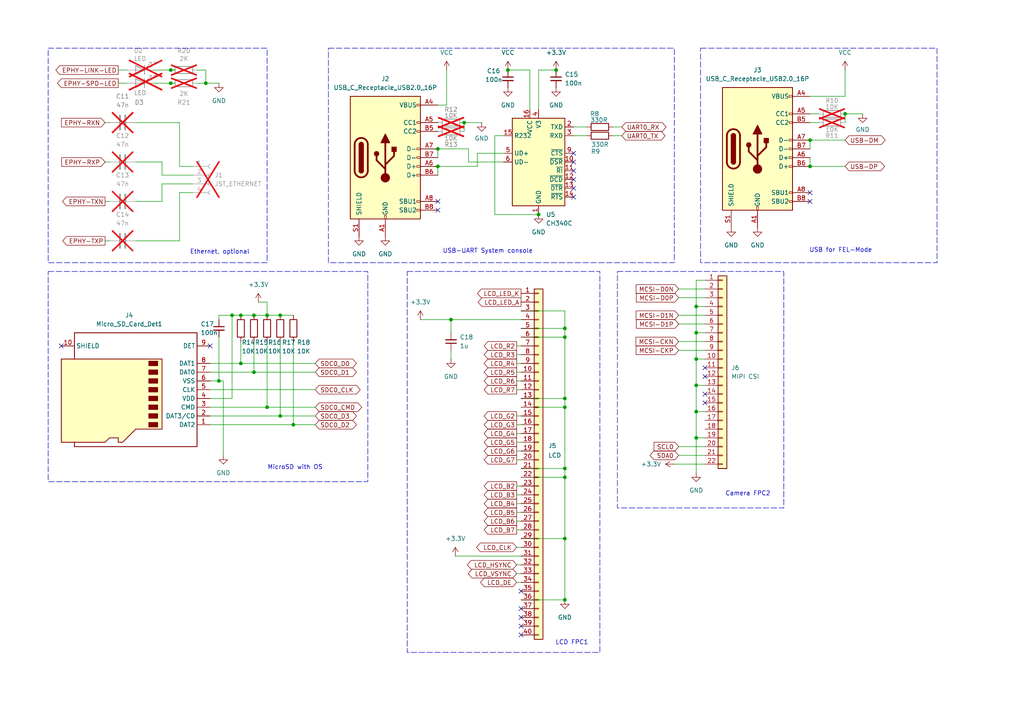
<source format=kicad_sch>
(kicad_sch (version 20250114) (generator "eeschema") (generator_version "9.0")
  (paper "A4")
  (lib_symbols
    (symbol "Connector:Conn_01x04_Socket" (pin_names (offset 1.016) (hide yes))
      (property "Reference" "J" (at 0 5.08 0))
      (property "Value" "Conn_01x04_Socket" (at 0 -7.62 0))
      (symbol "Conn_01x04_Socket_1_1"
        (polyline (pts (xy -1.27 2.54) (xy -0.508 2.54)) (stroke (width 0.1524)))
        (polyline (pts (xy -1.27 0) (xy -0.508 0)) (stroke (width 0.1524)))
        (polyline (pts (xy -1.27 -2.54) (xy -0.508 -2.54)) (stroke (width 0.1524)))
        (polyline (pts (xy -1.27 -5.08) (xy -0.508 -5.08)) (stroke (width 0.1524)))
        (arc (start 0 2.032) (mid -0.5058 2.54) (end 0 3.048) (stroke (width 0.1524)))
        (arc (start 0 -0.508) (mid -0.5058 0) (end 0 0.508) (stroke (width 0.1524)))
        (arc (start 0 -3.048) (mid -0.5058 -2.54) (end 0 -2.032) (stroke (width 0.1524)))
        (arc (start 0 -5.588) (mid -0.5058 -5.08) (end 0 -4.572) (stroke (width 0.1524)))
        (pin passive line (at -5.08 2.54 0) (length 3.81) (name "Pin_1") (number "1"))
        (pin passive line (at -5.08 0 0) (length 3.81) (name "Pin_2") (number "2"))
        (pin passive line (at -5.08 -2.54 0) (length 3.81) (name "Pin_3") (number "3"))
        (pin passive line (at -5.08 -5.08 0) (length 3.81) (name "Pin_4") (number "4"))
      )
    )
    (symbol "Connector:Micro_SD_Card_Det1"
      (property "Reference" "J" (at -16.51 17.78 0))
      (property "Value" "Micro_SD_Card_Det1" (at 16.51 17.78 0))
      (symbol "Micro_SD_Card_Det1_0_1"
        (polyline (pts (xy -8.89 -8.89) (xy -8.89 11.43) (xy -1.27 11.43) (xy 2.54 15.24) (xy 3.81 15.24) (xy 3.81 13.97) (xy 6.35 13.97) (xy 7.62 15.24) (xy 20.32 15.24) (xy 20.32 -8.89) (xy -8.89 -8.89)) (stroke (width 0.254)) (fill (type background)))
        (rectangle (start -7.62 10.795) (end -5.08 9.525) (stroke (width 0.254)) (fill (type outline)))
        (rectangle (start -7.62 8.255) (end -5.08 6.985) (stroke (width 0.254)) (fill (type outline)))
        (rectangle (start -7.62 5.715) (end -5.08 4.445) (stroke (width 0.254)) (fill (type outline)))
        (rectangle (start -7.62 3.175) (end -5.08 1.905) (stroke (width 0.254)) (fill (type outline)))
        (rectangle (start -7.62 0.635) (end -5.08 -0.635) (stroke (width 0.254)) (fill (type outline)))
        (rectangle (start -7.62 -1.905) (end -5.08 -3.175) (stroke (width 0.254)) (fill (type outline)))
        (rectangle (start -7.62 -4.445) (end -5.08 -5.715) (stroke (width 0.254)) (fill (type outline)))
        (rectangle (start -7.62 -6.985) (end -5.08 -8.255) (stroke (width 0.254)) (fill (type outline)))
        (polyline (pts (xy 16.51 15.24) (xy 16.51 16.51) (xy -19.05 16.51) (xy -19.05 -16.51) (xy 16.51 -16.51) (xy 16.51 -8.89)) (stroke (width 0.254)))
      )
      (symbol "Micro_SD_Card_Det1_1_1"
        (pin bidirectional line (at -22.86 10.16 0) (length 3.81) (name "DAT2") (number "1"))
        (pin bidirectional line (at -22.86 7.62 0) (length 3.81) (name "DAT3/CD") (number "2"))
        (pin input line (at -22.86 5.08 0) (length 3.81) (name "CMD") (number "3"))
        (pin power_in line (at -22.86 2.54 0) (length 3.81) (name "VDD") (number "4"))
        (pin input line (at -22.86 0 0) (length 3.81) (name "CLK") (number "5"))
        (pin power_in line (at -22.86 -2.54 0) (length 3.81) (name "VSS") (number "6"))
        (pin bidirectional line (at -22.86 -5.08 0) (length 3.81) (name "DAT0") (number "7"))
        (pin bidirectional line (at -22.86 -7.62 0) (length 3.81) (name "DAT1") (number "8"))
        (pin passive line (at -22.86 -12.7 0) (length 3.81) (name "DET") (number "9"))
        (pin passive line (at 20.32 -12.7 180) (length 3.81) (name "SHIELD") (number "10"))
      )
    )
    (symbol "Connector:USB_C_Receptacle_USB2.0_16P" (pin_names (offset 1.016))
      (property "Reference" "J" (at 0 22.225 0))
      (property "Value" "USB_C_Receptacle_USB2.0_16P" (at 0 19.685 0))
      (symbol "USB_C_Receptacle_USB2.0_16P_0_0"
        (rectangle (start -0.254 -17.78) (end 0.254 -16.764))
        (rectangle (start 10.16 15.494) (end 9.144 14.986))
        (rectangle (start 10.16 10.414) (end 9.144 9.906))
        (rectangle (start 10.16 7.874) (end 9.144 7.366))
        (rectangle (start 10.16 2.794) (end 9.144 2.286))
        (rectangle (start 10.16 0.254) (end 9.144 -0.254))
        (rectangle (start 10.16 -2.286) (end 9.144 -2.794))
        (rectangle (start 10.16 -4.826) (end 9.144 -5.334))
        (rectangle (start 10.16 -12.446) (end 9.144 -12.954))
        (rectangle (start 10.16 -14.986) (end 9.144 -15.494))
      )
      (symbol "USB_C_Receptacle_USB2.0_16P_0_1"
        (rectangle (start -10.16 17.78) (end 10.16 -17.78) (stroke (width 0.254)) (fill (type background)))
        (polyline (pts (xy -8.89 -3.81) (xy -8.89 3.81)) (stroke (width 0.508)))
        (rectangle (start -7.62 -3.81) (end -6.35 3.81) (stroke (width 0.254)) (fill (type outline)))
        (arc (start -7.62 3.81) (mid -6.985 4.4423) (end -6.35 3.81) (stroke (width 0.254)))
        (arc (start -7.62 3.81) (mid -6.985 4.4423) (end -6.35 3.81) (stroke (width 0.254)) (fill (type outline)))
        (arc (start -8.89 3.81) (mid -6.985 5.7067) (end -5.08 3.81) (stroke (width 0.508)))
        (arc (start -5.08 -3.81) (mid -6.985 -5.7067) (end -8.89 -3.81) (stroke (width 0.508)))
        (arc (start -6.35 -3.81) (mid -6.985 -4.4423) (end -7.62 -3.81) (stroke (width 0.254)))
        (arc (start -6.35 -3.81) (mid -6.985 -4.4423) (end -7.62 -3.81) (stroke (width 0.254)) (fill (type outline)))
        (polyline (pts (xy -5.08 3.81) (xy -5.08 -3.81)) (stroke (width 0.508)))
        (circle (center -2.54 1.143) (radius 0.635) (stroke (width 0.254)) (fill (type outline)))
        (polyline (pts (xy -1.27 4.318) (xy 0 6.858) (xy 1.27 4.318) (xy -1.27 4.318)) (stroke (width 0.254)) (fill (type outline)))
        (polyline (pts (xy 0 -2.032) (xy 2.54 0.508) (xy 2.54 1.778)) (stroke (width 0.508)))
        (polyline (pts (xy 0 -3.302) (xy -2.54 -0.762) (xy -2.54 0.508)) (stroke (width 0.508)))
        (polyline (pts (xy 0 -5.842) (xy 0 4.318)) (stroke (width 0.508)))
        (circle (center 0 -5.842) (radius 1.27) (fill (type outline)))
        (rectangle (start 1.905 1.778) (end 3.175 3.048) (stroke (width 0.254)) (fill (type outline)))
      )
      (symbol "USB_C_Receptacle_USB2.0_16P_1_1"
        (pin passive line (at -7.62 -22.86 90) (length 5.08) (name "SHIELD") (number "S1"))
        (pin passive line (at 0 -22.86 90) (length 5.08) (name "GND") (number "A1"))
        (pin passive line (at 0 -22.86 90) (length 5.08) (hide yes) (name "GND") (number "A12"))
        (pin passive line (at 0 -22.86 90) (length 5.08) (hide yes) (name "GND") (number "B1"))
        (pin passive line (at 0 -22.86 90) (length 5.08) (hide yes) (name "GND") (number "B12"))
        (pin passive line (at 15.24 15.24 180) (length 5.08) (name "VBUS") (number "A4"))
        (pin passive line (at 15.24 15.24 180) (length 5.08) (hide yes) (name "VBUS") (number "A9"))
        (pin passive line (at 15.24 15.24 180) (length 5.08) (hide yes) (name "VBUS") (number "B4"))
        (pin passive line (at 15.24 15.24 180) (length 5.08) (hide yes) (name "VBUS") (number "B9"))
        (pin bidirectional line (at 15.24 10.16 180) (length 5.08) (name "CC1") (number "A5"))
        (pin bidirectional line (at 15.24 7.62 180) (length 5.08) (name "CC2") (number "B5"))
        (pin bidirectional line (at 15.24 2.54 180) (length 5.08) (name "D-") (number "A7"))
        (pin bidirectional line (at 15.24 0 180) (length 5.08) (name "D-") (number "B7"))
        (pin bidirectional line (at 15.24 -2.54 180) (length 5.08) (name "D+") (number "A6"))
        (pin bidirectional line (at 15.24 -5.08 180) (length 5.08) (name "D+") (number "B6"))
        (pin bidirectional line (at 15.24 -12.7 180) (length 5.08) (name "SBU1") (number "A8"))
        (pin bidirectional line (at 15.24 -15.24 180) (length 5.08) (name "SBU2") (number "B8"))
      )
    )
    (symbol "Connector_Generic:Conn_01x22" (pin_names (offset 1.016) (hide yes))
      (property "Reference" "J" (at 0 27.94 0))
      (property "Value" "Conn_01x22" (at 0 -30.48 0))
      (symbol "Conn_01x22_1_1"
        (rectangle (start -1.27 26.67) (end 1.27 -29.21) (stroke (width 0.254)) (fill (type background)))
        (rectangle (start -1.27 25.527) (end 0 25.273) (stroke (width 0.1524)))
        (rectangle (start -1.27 22.987) (end 0 22.733) (stroke (width 0.1524)))
        (rectangle (start -1.27 20.447) (end 0 20.193) (stroke (width 0.1524)))
        (rectangle (start -1.27 17.907) (end 0 17.653) (stroke (width 0.1524)))
        (rectangle (start -1.27 15.367) (end 0 15.113) (stroke (width 0.1524)))
        (rectangle (start -1.27 12.827) (end 0 12.573) (stroke (width 0.1524)))
        (rectangle (start -1.27 10.287) (end 0 10.033) (stroke (width 0.1524)))
        (rectangle (start -1.27 7.747) (end 0 7.493) (stroke (width 0.1524)))
        (rectangle (start -1.27 5.207) (end 0 4.953) (stroke (width 0.1524)))
        (rectangle (start -1.27 2.667) (end 0 2.413) (stroke (width 0.1524)))
        (rectangle (start -1.27 0.127) (end 0 -0.127) (stroke (width 0.1524)))
        (rectangle (start -1.27 -2.413) (end 0 -2.667) (stroke (width 0.1524)))
        (rectangle (start -1.27 -4.953) (end 0 -5.207) (stroke (width 0.1524)))
        (rectangle (start -1.27 -7.493) (end 0 -7.747) (stroke (width 0.1524)))
        (rectangle (start -1.27 -10.033) (end 0 -10.287) (stroke (width 0.1524)))
        (rectangle (start -1.27 -12.573) (end 0 -12.827) (stroke (width 0.1524)))
        (rectangle (start -1.27 -15.113) (end 0 -15.367) (stroke (width 0.1524)))
        (rectangle (start -1.27 -17.653) (end 0 -17.907) (stroke (width 0.1524)))
        (rectangle (start -1.27 -20.193) (end 0 -20.447) (stroke (width 0.1524)))
        (rectangle (start -1.27 -22.733) (end 0 -22.987) (stroke (width 0.1524)))
        (rectangle (start -1.27 -25.273) (end 0 -25.527) (stroke (width 0.1524)))
        (rectangle (start -1.27 -27.813) (end 0 -28.067) (stroke (width 0.1524)))
        (pin passive line (at -5.08 25.4 0) (length 3.81) (name "Pin_1") (number "1"))
        (pin passive line (at -5.08 22.86 0) (length 3.81) (name "Pin_2") (number "2"))
        (pin passive line (at -5.08 20.32 0) (length 3.81) (name "Pin_3") (number "3"))
        (pin passive line (at -5.08 17.78 0) (length 3.81) (name "Pin_4") (number "4"))
        (pin passive line (at -5.08 15.24 0) (length 3.81) (name "Pin_5") (number "5"))
        (pin passive line (at -5.08 12.7 0) (length 3.81) (name "Pin_6") (number "6"))
        (pin passive line (at -5.08 10.16 0) (length 3.81) (name "Pin_7") (number "7"))
        (pin passive line (at -5.08 7.62 0) (length 3.81) (name "Pin_8") (number "8"))
        (pin passive line (at -5.08 5.08 0) (length 3.81) (name "Pin_9") (number "9"))
        (pin passive line (at -5.08 2.54 0) (length 3.81) (name "Pin_10") (number "10"))
        (pin passive line (at -5.08 0 0) (length 3.81) (name "Pin_11") (number "11"))
        (pin passive line (at -5.08 -2.54 0) (length 3.81) (name "Pin_12") (number "12"))
        (pin passive line (at -5.08 -5.08 0) (length 3.81) (name "Pin_13") (number "13"))
        (pin passive line (at -5.08 -7.62 0) (length 3.81) (name "Pin_14") (number "14"))
        (pin passive line (at -5.08 -10.16 0) (length 3.81) (name "Pin_15") (number "15"))
        (pin passive line (at -5.08 -12.7 0) (length 3.81) (name "Pin_16") (number "16"))
        (pin passive line (at -5.08 -15.24 0) (length 3.81) (name "Pin_17") (number "17"))
        (pin passive line (at -5.08 -17.78 0) (length 3.81) (name "Pin_18") (number "18"))
        (pin passive line (at -5.08 -20.32 0) (length 3.81) (name "Pin_19") (number "19"))
        (pin passive line (at -5.08 -22.86 0) (length 3.81) (name "Pin_20") (number "20"))
        (pin passive line (at -5.08 -25.4 0) (length 3.81) (name "Pin_21") (number "21"))
        (pin passive line (at -5.08 -27.94 0) (length 3.81) (name "Pin_22") (number "22"))
      )
    )
    (symbol "Connector_Generic:Conn_01x40" (pin_names (offset 1.016) (hide yes))
      (property "Reference" "J" (at 0 50.8 0))
      (property "Value" "Conn_01x40" (at 0 -53.34 0))
      (symbol "Conn_01x40_1_1"
        (rectangle (start -1.27 49.53) (end 1.27 -52.07) (stroke (width 0.254)) (fill (type background)))
        (rectangle (start -1.27 48.387) (end 0 48.133) (stroke (width 0.1524)))
        (rectangle (start -1.27 45.847) (end 0 45.593) (stroke (width 0.1524)))
        (rectangle (start -1.27 43.307) (end 0 43.053) (stroke (width 0.1524)))
        (rectangle (start -1.27 40.767) (end 0 40.513) (stroke (width 0.1524)))
        (rectangle (start -1.27 38.227) (end 0 37.973) (stroke (width 0.1524)))
        (rectangle (start -1.27 35.687) (end 0 35.433) (stroke (width 0.1524)))
        (rectangle (start -1.27 33.147) (end 0 32.893) (stroke (width 0.1524)))
        (rectangle (start -1.27 30.607) (end 0 30.353) (stroke (width 0.1524)))
        (rectangle (start -1.27 28.067) (end 0 27.813) (stroke (width 0.1524)))
        (rectangle (start -1.27 25.527) (end 0 25.273) (stroke (width 0.1524)))
        (rectangle (start -1.27 22.987) (end 0 22.733) (stroke (width 0.1524)))
        (rectangle (start -1.27 20.447) (end 0 20.193) (stroke (width 0.1524)))
        (rectangle (start -1.27 17.907) (end 0 17.653) (stroke (width 0.1524)))
        (rectangle (start -1.27 15.367) (end 0 15.113) (stroke (width 0.1524)))
        (rectangle (start -1.27 12.827) (end 0 12.573) (stroke (width 0.1524)))
        (rectangle (start -1.27 10.287) (end 0 10.033) (stroke (width 0.1524)))
        (rectangle (start -1.27 7.747) (end 0 7.493) (stroke (width 0.1524)))
        (rectangle (start -1.27 5.207) (end 0 4.953) (stroke (width 0.1524)))
        (rectangle (start -1.27 2.667) (end 0 2.413) (stroke (width 0.1524)))
        (rectangle (start -1.27 0.127) (end 0 -0.127) (stroke (width 0.1524)))
        (rectangle (start -1.27 -2.413) (end 0 -2.667) (stroke (width 0.1524)))
        (rectangle (start -1.27 -4.953) (end 0 -5.207) (stroke (width 0.1524)))
        (rectangle (start -1.27 -7.493) (end 0 -7.747) (stroke (width 0.1524)))
        (rectangle (start -1.27 -10.033) (end 0 -10.287) (stroke (width 0.1524)))
        (rectangle (start -1.27 -12.573) (end 0 -12.827) (stroke (width 0.1524)))
        (rectangle (start -1.27 -15.113) (end 0 -15.367) (stroke (width 0.1524)))
        (rectangle (start -1.27 -17.653) (end 0 -17.907) (stroke (width 0.1524)))
        (rectangle (start -1.27 -20.193) (end 0 -20.447) (stroke (width 0.1524)))
        (rectangle (start -1.27 -22.733) (end 0 -22.987) (stroke (width 0.1524)))
        (rectangle (start -1.27 -25.273) (end 0 -25.527) (stroke (width 0.1524)))
        (rectangle (start -1.27 -27.813) (end 0 -28.067) (stroke (width 0.1524)))
        (rectangle (start -1.27 -30.353) (end 0 -30.607) (stroke (width 0.1524)))
        (rectangle (start -1.27 -32.893) (end 0 -33.147) (stroke (width 0.1524)))
        (rectangle (start -1.27 -35.433) (end 0 -35.687) (stroke (width 0.1524)))
        (rectangle (start -1.27 -37.973) (end 0 -38.227) (stroke (width 0.1524)))
        (rectangle (start -1.27 -40.513) (end 0 -40.767) (stroke (width 0.1524)))
        (rectangle (start -1.27 -43.053) (end 0 -43.307) (stroke (width 0.1524)))
        (rectangle (start -1.27 -45.593) (end 0 -45.847) (stroke (width 0.1524)))
        (rectangle (start -1.27 -48.133) (end 0 -48.387) (stroke (width 0.1524)))
        (rectangle (start -1.27 -50.673) (end 0 -50.927) (stroke (width 0.1524)))
        (pin passive line (at -5.08 48.26 0) (length 3.81) (name "Pin_1") (number "1"))
        (pin passive line (at -5.08 45.72 0) (length 3.81) (name "Pin_2") (number "2"))
        (pin passive line (at -5.08 43.18 0) (length 3.81) (name "Pin_3") (number "3"))
        (pin passive line (at -5.08 40.64 0) (length 3.81) (name "Pin_4") (number "4"))
        (pin passive line (at -5.08 38.1 0) (length 3.81) (name "Pin_5") (number "5"))
        (pin passive line (at -5.08 35.56 0) (length 3.81) (name "Pin_6") (number "6"))
        (pin passive line (at -5.08 33.02 0) (length 3.81) (name "Pin_7") (number "7"))
        (pin passive line (at -5.08 30.48 0) (length 3.81) (name "Pin_8") (number "8"))
        (pin passive line (at -5.08 27.94 0) (length 3.81) (name "Pin_9") (number "9"))
        (pin passive line (at -5.08 25.4 0) (length 3.81) (name "Pin_10") (number "10"))
        (pin passive line (at -5.08 22.86 0) (length 3.81) (name "Pin_11") (number "11"))
        (pin passive line (at -5.08 20.32 0) (length 3.81) (name "Pin_12") (number "12"))
        (pin passive line (at -5.08 17.78 0) (length 3.81) (name "Pin_13") (number "13"))
        (pin passive line (at -5.08 15.24 0) (length 3.81) (name "Pin_14") (number "14"))
        (pin passive line (at -5.08 12.7 0) (length 3.81) (name "Pin_15") (number "15"))
        (pin passive line (at -5.08 10.16 0) (length 3.81) (name "Pin_16") (number "16"))
        (pin passive line (at -5.08 7.62 0) (length 3.81) (name "Pin_17") (number "17"))
        (pin passive line (at -5.08 5.08 0) (length 3.81) (name "Pin_18") (number "18"))
        (pin passive line (at -5.08 2.54 0) (length 3.81) (name "Pin_19") (number "19"))
        (pin passive line (at -5.08 0 0) (length 3.81) (name "Pin_20") (number "20"))
        (pin passive line (at -5.08 -2.54 0) (length 3.81) (name "Pin_21") (number "21"))
        (pin passive line (at -5.08 -5.08 0) (length 3.81) (name "Pin_22") (number "22"))
        (pin passive line (at -5.08 -7.62 0) (length 3.81) (name "Pin_23") (number "23"))
        (pin passive line (at -5.08 -10.16 0) (length 3.81) (name "Pin_24") (number "24"))
        (pin passive line (at -5.08 -12.7 0) (length 3.81) (name "Pin_25") (number "25"))
        (pin passive line (at -5.08 -15.24 0) (length 3.81) (name "Pin_26") (number "26"))
        (pin passive line (at -5.08 -17.78 0) (length 3.81) (name "Pin_27") (number "27"))
        (pin passive line (at -5.08 -20.32 0) (length 3.81) (name "Pin_28") (number "28"))
        (pin passive line (at -5.08 -22.86 0) (length 3.81) (name "Pin_29") (number "29"))
        (pin passive line (at -5.08 -25.4 0) (length 3.81) (name "Pin_30") (number "30"))
        (pin passive line (at -5.08 -27.94 0) (length 3.81) (name "Pin_31") (number "31"))
        (pin passive line (at -5.08 -30.48 0) (length 3.81) (name "Pin_32") (number "32"))
        (pin passive line (at -5.08 -33.02 0) (length 3.81) (name "Pin_33") (number "33"))
        (pin passive line (at -5.08 -35.56 0) (length 3.81) (name "Pin_34") (number "34"))
        (pin passive line (at -5.08 -38.1 0) (length 3.81) (name "Pin_35") (number "35"))
        (pin passive line (at -5.08 -40.64 0) (length 3.81) (name "Pin_36") (number "36"))
        (pin passive line (at -5.08 -43.18 0) (length 3.81) (name "Pin_37") (number "37"))
        (pin passive line (at -5.08 -45.72 0) (length 3.81) (name "Pin_38") (number "38"))
        (pin passive line (at -5.08 -48.26 0) (length 3.81) (name "Pin_39") (number "39"))
        (pin passive line (at -5.08 -50.8 0) (length 3.81) (name "Pin_40") (number "40"))
      )
    )
    (symbol "Device:C" (pin_numbers (hide yes)) (pin_names (offset 0.254))
      (property "Reference" "C" (at 0.635 2.54 0))
      (property "Value" "C" (at 0.635 -2.54 0))
      (symbol "C_0_1"
        (polyline (pts (xy -2.032 0.762) (xy 2.032 0.762)) (stroke (width 0.508)))
        (polyline (pts (xy -2.032 -0.762) (xy 2.032 -0.762)) (stroke (width 0.508)))
      )
      (symbol "C_1_1"
        (pin passive line (at 0 3.81 270) (length 2.794) (name "~") (number "1"))
        (pin passive line (at 0 -3.81 90) (length 2.794) (name "~") (number "2"))
      )
    )
    (symbol "Device:C_Small" (pin_numbers (hide yes)) (pin_names (offset 0.254) (hide yes))
      (property "Reference" "C" (at 0.254 1.778 0))
      (property "Value" "C_Small" (at 0.254 -2.032 0))
      (symbol "C_Small_0_1"
        (polyline (pts (xy -1.524 0.508) (xy 1.524 0.508)) (stroke (width 0.3048)))
        (polyline (pts (xy -1.524 -0.508) (xy 1.524 -0.508)) (stroke (width 0.3302)))
      )
      (symbol "C_Small_1_1"
        (pin passive line (at 0 2.54 270) (length 2.032) (name "~") (number "1"))
        (pin passive line (at 0 -2.54 90) (length 2.032) (name "~") (number "2"))
      )
    )
    (symbol "Device:LED" (pin_numbers (hide yes)) (pin_names (offset 1.016) (hide yes))
      (property "Reference" "D" (at 0 2.54 0))
      (property "Value" "LED" (at 0 -2.54 0))
      (symbol "LED_0_1"
        (polyline (pts (xy -3.048 -0.762) (xy -4.572 -2.286) (xy -3.81 -2.286) (xy -4.572 -2.286) (xy -4.572 -1.524)))
        (polyline (pts (xy -1.778 -0.762) (xy -3.302 -2.286) (xy -2.54 -2.286) (xy -3.302 -2.286) (xy -3.302 -1.524)))
        (polyline (pts (xy -1.27 0) (xy 1.27 0)))
        (polyline (pts (xy -1.27 -1.27) (xy -1.27 1.27)) (stroke (width 0.254)))
        (polyline (pts (xy 1.27 -1.27) (xy 1.27 1.27) (xy -1.27 0) (xy 1.27 -1.27)) (stroke (width 0.254)))
      )
      (symbol "LED_1_1"
        (pin passive line (at -3.81 0 0) (length 2.54) (name "K") (number "1"))
        (pin passive line (at 3.81 0 180) (length 2.54) (name "A") (number "2"))
      )
    )
    (symbol "Device:R" (pin_numbers (hide yes)) (pin_names (offset 0))
      (property "Reference" "R" (at 2.032 0 90))
      (property "Value" "R" (at 0 0 90))
      (symbol "R_0_1"
        (rectangle (start -1.016 -2.54) (end 1.016 2.54) (stroke (width 0.254)))
      )
      (symbol "R_1_1"
        (pin passive line (at 0 3.81 270) (length 1.27) (name "~") (number "1"))
        (pin passive line (at 0 -3.81 90) (length 1.27) (name "~") (number "2"))
      )
    )
    (symbol "Interface_USB:CH340C"
      (property "Reference" "U" (at -5.08 13.97 0))
      (property "Value" "CH340C" (at 1.27 13.97 0))
      (symbol "CH340C_0_1"
        (rectangle (start -7.62 12.7) (end 7.62 -12.7) (stroke (width 0.254)) (fill (type background)))
      )
      (symbol "CH340C_1_1"
        (pin input line (at -10.16 7.62 0) (length 2.54) (name "R232") (number "15"))
        (pin bidirectional line (at -10.16 2.54 0) (length 2.54) (name "UD+") (number "5"))
        (pin bidirectional line (at -10.16 0 0) (length 2.54) (name "UD-") (number "6"))
        (pin no_connect line (at -7.62 -5.08 0) (length 2.54) (hide yes) (name "NC") (number "7"))
        (pin no_connect line (at -7.62 -7.62 0) (length 2.54) (hide yes) (name "NC") (number "8"))
        (pin power_in line (at -2.54 15.24 270) (length 2.54) (name "VCC") (number "16"))
        (pin power_out line (at 0 15.24 270) (length 2.54) (name "V3") (number "4"))
        (pin power_in line (at 0 -15.24 90) (length 2.54) (name "GND") (number "1"))
        (pin output line (at 10.16 10.16 180) (length 2.54) (name "TXD") (number "2"))
        (pin input line (at 10.16 7.62 180) (length 2.54) (name "RXD") (number "3"))
        (pin input line (at 10.16 2.54 180) (length 2.54) (name "~{CTS}") (number "9"))
        (pin input line (at 10.16 0 180) (length 2.54) (name "~{DSR}") (number "10"))
        (pin input line (at 10.16 -2.54 180) (length 2.54) (name "~{RI}") (number "11"))
        (pin input line (at 10.16 -5.08 180) (length 2.54) (name "~{DCD}") (number "12"))
        (pin output line (at 10.16 -7.62 180) (length 2.54) (name "~{DTR}") (number "13"))
        (pin output line (at 10.16 -10.16 180) (length 2.54) (name "~{RTS}") (number "14"))
      )
    )
    (symbol "power:+3.3V" (power) (pin_numbers (hide yes)) (pin_names (offset 0) (hide yes))
      (property "Value" "+3.3V" (at 0 3.556 0))
      (symbol "+3.3V_0_1"
        (polyline (pts (xy -0.762 1.27) (xy 0 2.54)))
        (polyline (pts (xy 0 2.54) (xy 0.762 1.27)))
        (polyline (pts (xy 0 0) (xy 0 2.54)))
      )
      (symbol "+3.3V_1_1"
        (pin power_in line (at 0 0 90) (length 0) (name "~") (number "1"))
      )
    )
    (symbol "power:GND" (power) (pin_numbers (hide yes)) (pin_names (offset 0) (hide yes))
      (property "Value" "GND" (at 0 -3.81 0))
      (symbol "GND_0_1"
        (polyline (pts (xy 0 0) (xy 0 -1.27) (xy 1.27 -1.27) (xy 0 -2.54) (xy -1.27 -1.27) (xy 0 -1.27)))
      )
      (symbol "GND_1_1"
        (pin power_in line (at 0 0 270) (length 0) (name "~") (number "1"))
      )
    )
    (symbol "power:VCC" (power) (pin_numbers (hide yes)) (pin_names (offset 0) (hide yes))
      (property "Value" "VCC" (at 0 3.556 0))
      (symbol "VCC_0_1"
        (polyline (pts (xy -0.762 1.27) (xy 0 2.54)))
        (polyline (pts (xy 0 2.54) (xy 0.762 1.27)))
        (polyline (pts (xy 0 0) (xy 0 2.54)))
      )
      (symbol "VCC_1_1"
        (pin power_in line (at 0 0 90) (length 0) (name "~") (number "1"))
      )
    )
  )
  (rectangle (start 179.07 78.74) (end 227.33 147.32) (stroke (width 0) (type dash)))
  (rectangle (start 118.11 78.74) (end 173.99 189.23) (stroke (width 0) (type dash)))
  (rectangle (start 203.2 13.97) (end 271.78 76.2) (stroke (width 0) (type dash)))
  (rectangle (start 13.97 78.74) (end 106.68 139.7) (stroke (width 0) (type dash)))
  (rectangle (start 13.97 13.97) (end 77.47 76.2) (stroke (width 0) (type dash)))
  (rectangle (start 95.25 13.97) (end 195.58 76.2) (stroke (width 0) (type dash)))
  (text "MicroSD with OS" (at 85.598 135.636 0) (effects (font (size 1.27 1.27))))
  (text "LCD FPC1" (at 165.862 186.436 0) (effects (font (size 1.27 1.27))))
  (text "Ethernet, optional" (at 63.754 73.152 0) (effects (font (size 1.27 1.27))))
  (text "Camera FPC2\n\n" (at 216.916 144.272 0) (effects (font (size 1.27 1.27))))
  (text "USB for FEL-Mode\n" (at 243.84 72.644 0) (effects (font (size 1.27 1.27))))
  (text "USB-UART System console" (at 141.478 72.898 0) (effects (font (size 1.27 1.27))))
  (junction (at 85.09 123.19))
  (junction (at 77.47 91.44))
  (junction (at 73.66 91.44))
  (junction (at 161.29 20.32))
  (junction (at 245.11 33.02))
  (junction (at 147.32 20.32))
  (junction (at 67.31 91.44))
  (junction (at 163.83 138.43))
  (junction (at 49.53 24.13))
  (junction (at 163.83 135.89))
  (junction (at 234.95 40.64))
  (junction (at 81.28 91.44))
  (junction (at 163.83 118.11))
  (junction (at 163.83 97.79))
  (junction (at 163.83 95.25))
  (junction (at 59.69 24.13))
  (junction (at 69.85 105.41))
  (junction (at 201.93 104.14))
  (junction (at 69.85 91.44))
  (junction (at 63.5 110.49))
  (junction (at 201.93 88.9))
  (junction (at 127 43.18))
  (junction (at 201.93 96.52))
  (junction (at 201.93 119.38))
  (junction (at 163.83 115.57))
  (junction (at 134.62 35.56))
  (junction (at 156.21 62.23))
  (junction (at 73.66 107.95))
  (junction (at 81.28 120.65))
  (junction (at 163.83 156.21))
  (junction (at 130.81 92.71))
  (junction (at 49.53 20.32))
  (junction (at 234.95 48.26))
  (junction (at 77.47 118.11))
  (junction (at 127 48.26))
  (junction (at 201.93 127))
  (junction (at 163.83 173.99))
  (junction (at 201.93 111.76))
  (no_connect (at 151.13 179.07))
  (no_connect (at 151.13 184.15))
  (no_connect (at 234.95 58.42))
  (no_connect (at 204.47 114.3))
  (no_connect (at 166.37 52.07))
  (no_connect (at 234.95 55.88))
  (no_connect (at 204.47 116.84))
  (no_connect (at 17.78 100.33))
  (no_connect (at 166.37 44.45))
  (no_connect (at 166.37 54.61))
  (no_connect (at 166.37 57.15))
  (no_connect (at 127 60.96))
  (no_connect (at 127 58.42))
  (no_connect (at 166.37 49.53))
  (no_connect (at 151.13 171.45))
  (no_connect (at 151.13 181.61))
  (no_connect (at 151.13 176.53))
  (no_connect (at 60.96 100.33))
  (no_connect (at 204.47 106.68))
  (no_connect (at 204.47 109.22))
  (no_connect (at 166.37 46.99))
  (wire (pts (xy 52.07 48.26) (xy 52.07 35.56)))
  (wire (pts (xy 46.99 50.8) (xy 46.99 46.99)))
  (wire (pts (xy 163.83 138.43) (xy 163.83 135.89)))
  (wire (pts (xy 149.86 113.03) (xy 151.13 113.03)))
  (wire (pts (xy 60.96 120.65) (xy 81.28 120.65)))
  (wire (pts (xy 151.13 173.99) (xy 163.83 173.99)))
  (wire (pts (xy 196.85 86.36) (xy 204.47 86.36)))
  (wire (pts (xy 201.93 127) (xy 204.47 127)))
  (wire (pts (xy 196.85 132.08) (xy 204.47 132.08)))
  (wire (pts (xy 59.69 20.32) (xy 57.15 20.32)))
  (wire (pts (xy 134.62 35.56) (xy 139.7 35.56)))
  (wire (pts (xy 201.93 104.14) (xy 204.47 104.14)))
  (wire (pts (xy 77.47 91.44) (xy 81.28 91.44)))
  (wire (pts (xy 55.88 50.8) (xy 46.99 50.8)))
  (wire (pts (xy 149.86 107.95) (xy 151.13 107.95)))
  (wire (pts (xy 163.83 135.89) (xy 151.13 135.89)))
  (wire (pts (xy 143.51 39.37) (xy 146.05 39.37)))
  (wire (pts (xy 138.43 48.26) (xy 138.43 44.45)))
  (wire (pts (xy 149.86 128.27) (xy 151.13 128.27)))
  (wire (pts (xy 121.92 92.71) (xy 130.81 92.71)))
  (wire (pts (xy 60.96 123.19) (xy 85.09 123.19)))
  (wire (pts (xy 156.21 20.32) (xy 156.21 31.75)))
  (wire (pts (xy 201.93 104.14) (xy 201.93 111.76)))
  (wire (pts (xy 52.07 35.56) (xy 39.37 35.56)))
  (wire (pts (xy 81.28 99.06) (xy 81.28 120.65)))
  (wire (pts (xy 143.51 62.23) (xy 143.51 39.37)))
  (wire (pts (xy 130.81 104.14) (xy 130.81 101.6)))
  (wire (pts (xy 196.85 83.82) (xy 204.47 83.82)))
  (wire (pts (xy 73.66 107.95) (xy 91.44 107.95)))
  (wire (pts (xy 50.8 20.32) (xy 49.53 20.32)))
  (wire (pts (xy 149.86 143.51) (xy 151.13 143.51)))
  (wire (pts (xy 201.93 81.28) (xy 201.93 88.9)))
  (wire (pts (xy 46.99 58.42) (xy 39.37 58.42)))
  (wire (pts (xy 201.93 119.38) (xy 204.47 119.38)))
  (wire (pts (xy 135.89 46.99) (xy 146.05 46.99)))
  (wire (pts (xy 127 48.26) (xy 127 50.8)))
  (wire (pts (xy 34.29 24.13) (xy 36.83 24.13)))
  (wire (pts (xy 196.85 129.54) (xy 204.47 129.54)))
  (wire (pts (xy 201.93 88.9) (xy 204.47 88.9)))
  (wire (pts (xy 163.83 156.21) (xy 163.83 138.43)))
  (wire (pts (xy 49.53 20.32) (xy 44.45 20.32)))
  (wire (pts (xy 34.29 20.32) (xy 36.83 20.32)))
  (wire (pts (xy 77.47 87.63) (xy 77.47 91.44)))
  (wire (pts (xy 149.86 163.83) (xy 151.13 163.83)))
  (wire (pts (xy 149.86 166.37) (xy 151.13 166.37)))
  (wire (pts (xy 201.93 119.38) (xy 201.93 127)))
  (wire (pts (xy 132.08 161.29) (xy 151.13 161.29)))
  (wire (pts (xy 59.69 24.13) (xy 59.69 20.32)))
  (wire (pts (xy 201.93 96.52) (xy 201.93 104.14)))
  (wire (pts (xy 64.77 132.08) (xy 64.77 110.49)))
  (wire (pts (xy 69.85 105.41) (xy 91.44 105.41)))
  (wire (pts (xy 149.86 120.65) (xy 151.13 120.65)))
  (wire (pts (xy 31.75 58.42) (xy 30.48 58.42)))
  (wire (pts (xy 234.95 48.26) (xy 245.11 48.26)))
  (wire (pts (xy 127 43.18) (xy 135.89 43.18)))
  (wire (pts (xy 55.88 48.26) (xy 52.07 48.26)))
  (wire (pts (xy 234.95 27.94) (xy 245.11 27.94)))
  (wire (pts (xy 85.09 123.19) (xy 91.44 123.19)))
  (wire (pts (xy 60.96 113.03) (xy 91.44 113.03)))
  (wire (pts (xy 135.89 43.18) (xy 135.89 46.99)))
  (wire (pts (xy 129.54 20.32) (xy 129.54 30.48)))
  (wire (pts (xy 127 43.18) (xy 127 45.72)))
  (wire (pts (xy 81.28 120.65) (xy 91.44 120.65)))
  (wire (pts (xy 166.37 39.37) (xy 170.18 39.37)))
  (wire (pts (xy 196.85 101.6) (xy 204.47 101.6)))
  (wire (pts (xy 196.85 93.98) (xy 204.47 93.98)))
  (wire (pts (xy 163.83 115.57) (xy 151.13 115.57)))
  (wire (pts (xy 31.75 46.99) (xy 30.48 46.99)))
  (wire (pts (xy 234.95 40.64) (xy 234.95 43.18)))
  (wire (pts (xy 138.43 44.45) (xy 146.05 44.45)))
  (wire (pts (xy 73.66 99.06) (xy 73.66 107.95)))
  (wire (pts (xy 60.96 107.95) (xy 73.66 107.95)))
  (wire (pts (xy 52.07 55.88) (xy 55.88 55.88)))
  (wire (pts (xy 151.13 156.21) (xy 163.83 156.21)))
  (wire (pts (xy 52.07 69.85) (xy 52.07 55.88)))
  (wire (pts (xy 134.62 35.56) (xy 134.62 38.1)))
  (wire (pts (xy 151.13 138.43) (xy 163.83 138.43)))
  (wire (pts (xy 60.96 115.57) (xy 67.31 115.57)))
  (wire (pts (xy 149.86 168.91) (xy 151.13 168.91)))
  (wire (pts (xy 180.34 39.37) (xy 177.8 39.37)))
  (wire (pts (xy 201.93 96.52) (xy 204.47 96.52)))
  (wire (pts (xy 149.86 153.67) (xy 151.13 153.67)))
  (wire (pts (xy 163.83 97.79) (xy 163.83 115.57)))
  (wire (pts (xy 234.95 45.72) (xy 234.95 48.26)))
  (wire (pts (xy 149.86 148.59) (xy 151.13 148.59)))
  (wire (pts (xy 196.85 99.06) (xy 204.47 99.06)))
  (wire (pts (xy 163.83 97.79) (xy 151.13 97.79)))
  (wire (pts (xy 39.37 69.85) (xy 52.07 69.85)))
  (wire (pts (xy 201.93 111.76) (xy 204.47 111.76)))
  (wire (pts (xy 67.31 91.44) (xy 69.85 91.44)))
  (wire (pts (xy 149.86 102.87) (xy 151.13 102.87)))
  (wire (pts (xy 67.31 115.57) (xy 67.31 91.44)))
  (wire (pts (xy 163.83 90.17) (xy 163.83 95.25)))
  (wire (pts (xy 149.86 125.73) (xy 151.13 125.73)))
  (wire (pts (xy 149.86 140.97) (xy 151.13 140.97)))
  (wire (pts (xy 163.83 118.11) (xy 163.83 115.57)))
  (wire (pts (xy 163.83 95.25) (xy 163.83 97.79)))
  (wire (pts (xy 127 48.26) (xy 138.43 48.26)))
  (wire (pts (xy 163.83 95.25) (xy 151.13 95.25)))
  (wire (pts (xy 201.93 111.76) (xy 201.93 119.38)))
  (wire (pts (xy 245.11 33.02) (xy 245.11 35.56)))
  (wire (pts (xy 149.86 158.75) (xy 151.13 158.75)))
  (wire (pts (xy 31.75 35.56) (xy 30.48 35.56)))
  (wire (pts (xy 163.83 118.11) (xy 163.83 135.89)))
  (wire (pts (xy 77.47 99.06) (xy 77.47 118.11)))
  (wire (pts (xy 151.13 118.11) (xy 163.83 118.11)))
  (wire (pts (xy 149.86 123.19) (xy 151.13 123.19)))
  (wire (pts (xy 81.28 91.44) (xy 85.09 91.44)))
  (wire (pts (xy 63.5 91.44) (xy 63.5 92.71)))
  (wire (pts (xy 149.86 105.41) (xy 151.13 105.41)))
  (wire (pts (xy 149.86 151.13) (xy 151.13 151.13)))
  (wire (pts (xy 234.95 40.64) (xy 245.11 40.64)))
  (wire (pts (xy 180.34 36.83) (xy 177.8 36.83)))
  (wire (pts (xy 55.88 53.34) (xy 46.99 53.34)))
  (wire (pts (xy 77.47 118.11) (xy 91.44 118.11)))
  (wire (pts (xy 156.21 20.32) (xy 161.29 20.32)))
  (wire (pts (xy 64.77 110.49) (xy 63.5 110.49)))
  (wire (pts (xy 57.15 24.13) (xy 59.69 24.13)))
  (wire (pts (xy 149.86 146.05) (xy 151.13 146.05)))
  (wire (pts (xy 166.37 36.83) (xy 170.18 36.83)))
  (wire (pts (xy 60.96 105.41) (xy 69.85 105.41)))
  (wire (pts (xy 69.85 99.06) (xy 69.85 105.41)))
  (wire (pts (xy 149.86 133.35) (xy 151.13 133.35)))
  (wire (pts (xy 234.95 33.02) (xy 237.49 33.02)))
  (wire (pts (xy 63.5 24.13) (xy 59.69 24.13)))
  (wire (pts (xy 73.66 91.44) (xy 77.47 91.44)))
  (wire (pts (xy 63.5 91.44) (xy 67.31 91.44)))
  (wire (pts (xy 153.67 20.32) (xy 153.67 31.75)))
  (wire (pts (xy 245.11 33.02) (xy 250.19 33.02)))
  (wire (pts (xy 31.75 69.85) (xy 30.48 69.85)))
  (wire (pts (xy 234.95 35.56) (xy 237.49 35.56)))
  (wire (pts (xy 201.93 88.9) (xy 201.93 96.52)))
  (wire (pts (xy 129.54 30.48) (xy 127 30.48)))
  (wire (pts (xy 130.81 92.71) (xy 151.13 92.71)))
  (wire (pts (xy 163.83 173.99) (xy 163.83 156.21)))
  (wire (pts (xy 149.86 100.33) (xy 151.13 100.33)))
  (wire (pts (xy 69.85 91.44) (xy 73.66 91.44)))
  (wire (pts (xy 151.13 90.17) (xy 163.83 90.17)))
  (wire (pts (xy 63.5 110.49) (xy 60.96 110.49)))
  (wire (pts (xy 49.53 24.13) (xy 44.45 24.13)))
  (wire (pts (xy 195.58 134.62) (xy 204.47 134.62)))
  (wire (pts (xy 204.47 81.28) (xy 201.93 81.28)))
  (wire (pts (xy 245.11 27.94) (xy 245.11 20.32)))
  (wire (pts (xy 149.86 130.81) (xy 151.13 130.81)))
  (wire (pts (xy 196.85 91.44) (xy 204.47 91.44)))
  (wire (pts (xy 63.5 97.79) (xy 63.5 110.49)))
  (wire (pts (xy 46.99 53.34) (xy 46.99 58.42)))
  (wire (pts (xy 149.86 110.49) (xy 151.13 110.49)))
  (wire (pts (xy 201.93 127) (xy 201.93 137.16)))
  (wire (pts (xy 130.81 92.71) (xy 130.81 96.52)))
  (wire (pts (xy 156.21 62.23) (xy 143.51 62.23)))
  (wire (pts (xy 46.99 46.99) (xy 39.37 46.99)))
  (wire (pts (xy 60.96 118.11) (xy 77.47 118.11)))
  (wire (pts (xy 50.8 24.13) (xy 49.53 24.13)))
  (wire (pts (xy 77.47 87.63) (xy 74.93 87.63)))
  (wire (pts (xy 147.32 20.32) (xy 153.67 20.32)))
  (wire (pts (xy 85.09 99.06) (xy 85.09 123.19)))
  (global_label "USB-DP" (shape bidirectional) (at 245.11 48.26 0) (property "Intersheetrefs" "${INTERSHEET_REFS}" (effects (hide yes))))
  (global_label "SDC0_CMD" (shape bidirectional) (at 91.44 118.11 0) (property "Intersheetrefs" "${INTERSHEET_REFS}" (effects (hide yes))))
  (global_label "LCD_CLK" (shape bidirectional) (at 149.86 158.75 180) (property "Intersheetrefs" "${INTERSHEET_REFS}" (effects (hide yes))))
  (global_label "MCSI-CKP" (shape input) (at 196.85 101.6 180) (property "Intersheetrefs" "${INTERSHEET_REFS}" (effects (hide yes))))
  (global_label "UART0_TX" (shape bidirectional) (at 180.34 39.37 0) (property "Intersheetrefs" "${INTERSHEET_REFS}" (effects (hide yes))))
  (global_label "SDA0" (shape bidirectional) (at 196.85 132.08 180) (property "Intersheetrefs" "${INTERSHEET_REFS}" (effects (hide yes))))
  (global_label "LCD_R5" (shape output) (at 149.86 107.95 180) (property "Intersheetrefs" "${INTERSHEET_REFS}" (effects (hide yes))))
  (global_label "EPHY-LINK-LED" (shape output) (at 34.29 20.32 180) (property "Intersheetrefs" "${INTERSHEET_REFS}" (effects (hide yes))))
  (global_label "SDC0_D3" (shape bidirectional) (at 91.44 120.65 0) (property "Intersheetrefs" "${INTERSHEET_REFS}" (effects (hide yes))))
  (global_label "EPHY-RXP" (shape input) (at 30.48 46.99 180) (property "Intersheetrefs" "${INTERSHEET_REFS}" (effects (hide yes))))
  (global_label "LCD_G6" (shape output) (at 149.86 130.81 180) (property "Intersheetrefs" "${INTERSHEET_REFS}" (effects (hide yes))))
  (global_label "LCD_G3" (shape output) (at 149.86 123.19 180) (property "Intersheetrefs" "${INTERSHEET_REFS}" (effects (hide yes))))
  (global_label "MCSI-CKN" (shape input) (at 196.85 99.06 180) (property "Intersheetrefs" "${INTERSHEET_REFS}" (effects (hide yes))))
  (global_label "LCD_LED_A" (shape output) (at 151.13 87.63 180) (property "Intersheetrefs" "${INTERSHEET_REFS}" (effects (hide yes))))
  (global_label "SCL0" (shape input) (at 196.85 129.54 180) (property "Intersheetrefs" "${INTERSHEET_REFS}" (effects (hide yes))))
  (global_label "UART0_RX" (shape bidirectional) (at 180.34 36.83 0) (property "Intersheetrefs" "${INTERSHEET_REFS}" (effects (hide yes))))
  (global_label "LCD_VSYNC" (shape bidirectional) (at 149.86 166.37 180) (property "Intersheetrefs" "${INTERSHEET_REFS}" (effects (hide yes))))
  (global_label "LCD_G7" (shape output) (at 149.86 133.35 180) (property "Intersheetrefs" "${INTERSHEET_REFS}" (effects (hide yes))))
  (global_label "LCD_LED_K" (shape output) (at 151.13 85.09 180) (property "Intersheetrefs" "${INTERSHEET_REFS}" (effects (hide yes))))
  (global_label "EPHY-TXP" (shape output) (at 30.48 69.85 180) (property "Intersheetrefs" "${INTERSHEET_REFS}" (effects (hide yes))))
  (global_label "MCSI-D0N" (shape input) (at 196.85 83.82 180) (property "Intersheetrefs" "${INTERSHEET_REFS}" (effects (hide yes))))
  (global_label "USB-DM" (shape bidirectional) (at 245.11 40.64 0) (property "Intersheetrefs" "${INTERSHEET_REFS}" (effects (hide yes))))
  (global_label "LCD_B3" (shape output) (at 149.86 143.51 180) (property "Intersheetrefs" "${INTERSHEET_REFS}" (effects (hide yes))))
  (global_label "LCD_B2" (shape output) (at 149.86 140.97 180) (property "Intersheetrefs" "${INTERSHEET_REFS}" (effects (hide yes))))
  (global_label "LCD_B7" (shape output) (at 149.86 153.67 180) (property "Intersheetrefs" "${INTERSHEET_REFS}" (effects (hide yes))))
  (global_label "LCD_G5" (shape output) (at 149.86 128.27 180) (property "Intersheetrefs" "${INTERSHEET_REFS}" (effects (hide yes))))
  (global_label "EPHY-RXN" (shape input) (at 30.48 35.56 180) (property "Intersheetrefs" "${INTERSHEET_REFS}" (effects (hide yes))))
  (global_label "LCD_B5" (shape output) (at 149.86 148.59 180) (property "Intersheetrefs" "${INTERSHEET_REFS}" (effects (hide yes))))
  (global_label "LCD_R3" (shape output) (at 149.86 102.87 180) (property "Intersheetrefs" "${INTERSHEET_REFS}" (effects (hide yes))))
  (global_label "LCD_R6" (shape output) (at 149.86 110.49 180) (property "Intersheetrefs" "${INTERSHEET_REFS}" (effects (hide yes))))
  (global_label "LCD_G2" (shape output) (at 149.86 120.65 180) (property "Intersheetrefs" "${INTERSHEET_REFS}" (effects (hide yes))))
  (global_label "EPHY-SPD-LED" (shape output) (at 34.29 24.13 180) (property "Intersheetrefs" "${INTERSHEET_REFS}" (effects (hide yes))))
  (global_label "MCSI-D1N" (shape input) (at 196.85 91.44 180) (property "Intersheetrefs" "${INTERSHEET_REFS}" (effects (hide yes))))
  (global_label "MCSI-D1P" (shape input) (at 196.85 93.98 180) (property "Intersheetrefs" "${INTERSHEET_REFS}" (effects (hide yes))))
  (global_label "LCD_R4" (shape output) (at 149.86 105.41 180) (property "Intersheetrefs" "${INTERSHEET_REFS}" (effects (hide yes))))
  (global_label "LCD_HSYNC" (shape bidirectional) (at 149.86 163.83 180) (property "Intersheetrefs" "${INTERSHEET_REFS}" (effects (hide yes))))
  (global_label "SDC0_D0" (shape bidirectional) (at 91.44 105.41 0) (property "Intersheetrefs" "${INTERSHEET_REFS}" (effects (hide yes))))
  (global_label "LCD_B4" (shape output) (at 149.86 146.05 180) (property "Intersheetrefs" "${INTERSHEET_REFS}" (effects (hide yes))))
  (global_label "MCSI-D0P" (shape input) (at 196.85 86.36 180) (property "Intersheetrefs" "${INTERSHEET_REFS}" (effects (hide yes))))
  (global_label "LCD_B6" (shape output) (at 149.86 151.13 180) (property "Intersheetrefs" "${INTERSHEET_REFS}" (effects (hide yes))))
  (global_label "EPHY-TXN" (shape output) (at 30.48 58.42 180) (property "Intersheetrefs" "${INTERSHEET_REFS}" (effects (hide yes))))
  (global_label "SDC0_D2" (shape bidirectional) (at 91.44 123.19 0) (property "Intersheetrefs" "${INTERSHEET_REFS}" (effects (hide yes))))
  (global_label "LCD_R7" (shape output) (at 149.86 113.03 180) (property "Intersheetrefs" "${INTERSHEET_REFS}" (effects (hide yes))))
  (global_label "LCD_G4" (shape output) (at 149.86 125.73 180) (property "Intersheetrefs" "${INTERSHEET_REFS}" (effects (hide yes))))
  (global_label "SDC0_CLK" (shape bidirectional) (at 91.44 113.03 0) (property "Intersheetrefs" "${INTERSHEET_REFS}" (effects (hide yes))))
  (global_label "LCD_R2" (shape output) (at 149.86 100.33 180) (property "Intersheetrefs" "${INTERSHEET_REFS}" (effects (hide yes))))
  (global_label "SDC0_D1" (shape bidirectional) (at 91.44 107.95 0) (property "Intersheetrefs" "${INTERSHEET_REFS}" (effects (hide yes))))
  (global_label "LCD_DE" (shape bidirectional) (at 149.86 168.91 180) (property "Intersheetrefs" "${INTERSHEET_REFS}" (effects (hide yes))))
  (symbol (lib_id "power:+3.3V") (at 74.93 87.63 0) (unit 1)
    (property "Reference" "#PWR037" (effects (hide yes)))
    (property "Value" "+3.3V" (at 74.93 82.55 0))
    (property "Description" "Power symbol creates a global label with name \"+3.3V\"" (effects (hide yes)))
  )
  (symbol (lib_id "power:+3.3V") (at 195.58 134.62 90) (unit 1)
    (property "Reference" "#PWR049" (effects (hide yes)))
    (property "Value" "+3.3V" (at 191.77 134.6199 90) (effects (justify left)))
    (property "Description" "Power symbol creates a global label with name \"+3.3V\"" (effects (hide yes)))
  )
  (symbol (lib_id "power:GND") (at 63.5 24.13 0) (unit 1)
    (property "Reference" "#PWR039" (effects (hide yes)))
    (property "Value" "GND" (at 63.5 29.21 0))
    (property "Description" "Power symbol creates a global label with name \"GND\" , ground" (effects (hide yes)))
  )
  (symbol (lib_id "Connector:USB_C_Receptacle_USB2.0_16P") (at 111.76 45.72 0) (unit 1)
    (property "Reference" "J2" (at 111.76 22.86 0))
    (property "Value" "USB_C_Receptacle_USB2.0_16P" (at 111.76 25.4 0))
    (property "Footprint" "Connector_USB:USB_C_Receptacle_GCT_USB4105-xx-A_16P_TopMnt_Horizontal" (effects (hide yes)))
    (property "Datasheet" "https://www.usb.org/sites/default/files/documents/usb_type-c.zip" (effects (hide yes)))
    (property "Description" "USB 2.0-only 16P Type-C Receptacle connector" (effects (hide yes)))
  )
  (symbol (lib_id "Device:C") (at 35.56 35.56 90) (unit 1) (dnp yes)
    (property "Reference" "C11" (at 35.56 27.94 90))
    (property "Value" "47n" (at 35.56 30.48 90))
    (property "Footprint" "Capacitor_SMD:C_0805_2012Metric_Pad1.18x1.45mm_HandSolder" (effects (hide yes)))
    (property "Description" "Unpolarized capacitor" (effects (hide yes)))
  )
  (symbol (lib_id "Device:C_Small") (at 63.5 95.25 0) (unit 1)
    (property "Reference" "C17" (at 58.166 93.98 0) (effects (justify left)))
    (property "Value" "100n" (at 58.166 96.52 0) (effects (justify left)))
    (property "Description" "Unpolarized capacitor, small symbol" (effects (hide yes)))
  )
  (symbol (lib_id "Device:C") (at 35.56 69.85 90) (unit 1) (dnp yes)
    (property "Reference" "C14" (at 35.56 62.23 90))
    (property "Value" "47n" (at 35.56 64.77 90))
    (property "Footprint" "Capacitor_SMD:C_0805_2012Metric_Pad1.18x1.45mm_HandSolder" (effects (hide yes)))
    (property "Description" "Unpolarized capacitor" (effects (hide yes)))
  )
  (symbol (lib_id "Device:R") (at 173.99 36.83 270) (unit 1)
    (property "Reference" "R8" (at 172.466 33.02 90))
    (property "Value" "330R" (at 173.736 34.798 90))
    (property "Footprint" "Resistor_SMD:R_0805_2012Metric_Pad1.20x1.40mm_HandSolder" (effects (hide yes)))
    (property "Description" "Resistor" (effects (hide yes)))
  )
  (symbol (lib_id "power:GND") (at 64.77 132.08 0) (unit 1)
    (property "Reference" "#PWR036" (effects (hide yes)))
    (property "Value" "GND" (at 64.77 137.16 0))
    (property "Description" "Power symbol creates a global label with name \"GND\" , ground" (effects (hide yes)))
  )
  (symbol (lib_id "power:GND") (at 139.7 35.56 0) (unit 1)
    (property "Reference" "#PWR035" (effects (hide yes)))
    (property "Value" "GND" (at 139.7 40.132 0))
    (property "Description" "Power symbol creates a global label with name \"GND\" , ground" (effects (hide yes)))
  )
  (symbol (lib_id "power:GND") (at 130.81 104.14 0) (unit 1)
    (property "Reference" "#PWR040" (effects (hide yes)))
    (property "Value" "GND" (at 130.81 109.22 0))
    (property "Description" "Power symbol creates a global label with name \"GND\" , ground" (effects (hide yes)))
  )
  (symbol (lib_id "power:GND") (at 104.14 68.58 0) (unit 1)
    (property "Reference" "#PWR028" (effects (hide yes)))
    (property "Value" "GND" (at 104.14 73.66 0))
    (property "Description" "Power symbol creates a global label with name \"GND\" , ground" (effects (hide yes)))
  )
  (symbol (lib_id "Connector_Generic:Conn_01x22") (at 209.55 106.68 0) (unit 1)
    (property "Reference" "J6" (at 212.09 106.6799 0) (effects (justify left)))
    (property "Value" "MIPI CSI" (at 212.09 109.2199 0) (effects (justify left)))
    (property "Description" "Generic connector, single row, 01x22, script generated (kicad-library-utils/schlib/autogen/connector/)" (effects (hide yes)))
  )
  (symbol (lib_id "Device:R") (at 53.34 20.32 90) (unit 1) (dnp yes)
    (property "Reference" "R20" (at 53.34 14.732 90))
    (property "Value" "2K" (at 53.34 17.018 90))
    (property "Footprint" "Resistor_SMD:R_0805_2012Metric_Pad1.20x1.40mm_HandSolder" (effects (hide yes)))
    (property "Description" "Resistor" (effects (hide yes)))
  )
  (symbol (lib_id "Connector:USB_C_Receptacle_USB2.0_16P") (at 219.71 43.18 0) (unit 1)
    (property "Reference" "J3" (at 219.71 20.32 0))
    (property "Value" "USB_C_Receptacle_USB2.0_16P" (at 219.71 22.86 0))
    (property "Footprint" "Connector_USB:USB_C_Receptacle_GCT_USB4105-xx-A_16P_TopMnt_Horizontal" (effects (hide yes)))
    (property "Datasheet" "https://www.usb.org/sites/default/files/documents/usb_type-c.zip" (effects (hide yes)))
    (property "Description" "USB 2.0-only 16P Type-C Receptacle connector" (effects (hide yes)))
  )
  (symbol (lib_id "Device:R") (at 85.09 95.25 0) (unit 1)
    (property "Reference" "R18" (at 86.106 99.314 0) (effects (justify left)))
    (property "Value" "10K" (at 86.106 101.854 0) (effects (justify left)))
    (property "Footprint" "Resistor_SMD:R_0805_2012Metric_Pad1.20x1.40mm_HandSolder" (effects (hide yes)))
    (property "Description" "Resistor" (effects (hide yes)))
  )
  (symbol (lib_id "Device:C") (at 35.56 58.42 90) (unit 1) (dnp yes)
    (property "Reference" "C13" (at 35.56 50.8 90))
    (property "Value" "47n" (at 35.56 53.34 90))
    (property "Footprint" "Capacitor_SMD:C_0805_2012Metric_Pad1.18x1.45mm_HandSolder" (effects (hide yes)))
    (property "Description" "Unpolarized capacitor" (effects (hide yes)))
  )
  (symbol (lib_id "Device:C_Small") (at 147.32 22.86 0) (unit 1)
    (property "Reference" "C16" (at 141.224 20.574 0) (effects (justify left)))
    (property "Value" "100n" (at 140.716 23.114 0) (effects (justify left)))
    (property "Footprint" "Capacitor_SMD:C_0805_2012Metric_Pad1.18x1.45mm_HandSolder" (effects (hide yes)))
    (property "Description" "Unpolarized capacitor, small symbol" (effects (hide yes)))
  )
  (symbol (lib_id "power:VCC") (at 245.11 20.32 0) (unit 1)
    (property "Reference" "#PWR031" (effects (hide yes)))
    (property "Value" "VCC" (at 245.11 15.24 0))
    (property "Description" "Power symbol creates a global label with name \"VCC\"" (effects (hide yes)))
  )
  (symbol (lib_id "Device:C") (at 35.56 46.99 90) (unit 1) (dnp yes)
    (property "Reference" "C12" (at 35.56 39.37 90))
    (property "Value" "47n" (at 35.56 41.91 90))
    (property "Footprint" "Capacitor_SMD:C_0805_2012Metric_Pad1.18x1.45mm_HandSolder" (effects (hide yes)))
    (property "Description" "Unpolarized capacitor" (effects (hide yes)))
  )
  (symbol (lib_id "power:GND") (at 163.83 173.99 0) (unit 1)
    (property "Reference" "#PWR042" (effects (hide yes)))
    (property "Value" "GND" (at 163.83 179.07 0))
    (property "Description" "Power symbol creates a global label with name \"GND\" , ground" (effects (hide yes)))
  )
  (symbol (lib_id "Connector:Conn_01x04_Socket") (at 60.96 50.8 0) (unit 1) (dnp yes)
    (property "Reference" "J1" (at 62.23 50.7999 0) (effects (justify left)))
    (property "Value" "JST_ETHERNET" (at 62.23 53.3399 0) (effects (justify left)))
    (property "Footprint" "Connector_JST:JST_GH_BM04B-GHS-TBT_1x04-1MP_P1.25mm_Vertical" (effects (hide yes)))
    (property "Description" "Generic connector, single row, 01x04, script generated" (effects (hide yes)))
  )
  (symbol (lib_id "Device:R") (at 130.81 38.1 270) (unit 1) (dnp yes)
    (property "Reference" "R13" (at 130.81 41.91 90))
    (property "Value" "10K" (at 130.81 40.132 90))
    (property "Footprint" "Resistor_SMD:R_0805_2012Metric_Pad1.20x1.40mm_HandSolder" (effects (hide yes)))
    (property "Description" "Resistor" (effects (hide yes)))
  )
  (symbol (lib_id "power:GND") (at 156.21 62.23 0) (unit 1)
    (property "Reference" "#PWR029" (effects (hide yes)))
    (property "Value" "GND" (at 156.21 67.31 0))
    (property "Description" "Power symbol creates a global label with name \"GND\" , ground" (effects (hide yes)))
  )
  (symbol (lib_id "power:VCC") (at 147.32 20.32 0) (unit 1)
    (property "Reference" "#PWR024" (effects (hide yes)))
    (property "Value" "VCC" (at 147.32 15.24 0))
    (property "Description" "Power symbol creates a global label with name \"VCC\"" (effects (hide yes)))
  )
  (symbol (lib_id "power:GND") (at 219.71 66.04 0) (unit 1)
    (property "Reference" "#PWR033" (effects (hide yes)))
    (property "Value" "GND" (at 219.71 71.12 0))
    (property "Description" "Power symbol creates a global label with name \"GND\" , ground" (effects (hide yes)))
  )
  (symbol (lib_id "power:+3.3V") (at 132.08 161.29 0) (unit 1)
    (property "Reference" "#PWR043" (effects (hide yes)))
    (property "Value" "+3.3V" (at 132.08 156.21 0))
    (property "Description" "Power symbol creates a global label with name \"+3.3V\"" (effects (hide yes)))
  )
  (symbol (lib_id "Device:R") (at 173.99 39.37 270) (unit 1)
    (property "Reference" "R9" (at 172.72 43.942 90))
    (property "Value" "330R" (at 173.99 41.91 90))
    (property "Footprint" "Resistor_SMD:R_0805_2012Metric_Pad1.20x1.40mm_HandSolder" (effects (hide yes)))
    (property "Description" "Resistor" (effects (hide yes)))
  )
  (symbol (lib_id "power:GND") (at 111.76 68.58 0) (unit 1)
    (property "Reference" "#PWR027" (effects (hide yes)))
    (property "Value" "GND" (at 111.76 73.66 0))
    (property "Description" "Power symbol creates a global label with name \"GND\" , ground" (effects (hide yes)))
  )
  (symbol (lib_id "power:+3.3V") (at 121.92 92.71 0) (unit 1)
    (property "Reference" "#PWR041" (effects (hide yes)))
    (property "Value" "+3.3V" (at 121.92 87.63 0))
    (property "Description" "Power symbol creates a global label with name \"+3.3V\"" (effects (hide yes)))
  )
  (symbol (lib_id "Device:C_Small") (at 130.81 99.06 180) (unit 1)
    (property "Reference" "C18" (at 133.35 97.7835 0) (effects (justify right)))
    (property "Value" "1u" (at 133.35 100.3235 0) (effects (justify right)))
    (property "Description" "Unpolarized capacitor, small symbol" (effects (hide yes)))
  )
  (symbol (lib_id "power:VCC") (at 129.54 20.32 0) (unit 1)
    (property "Reference" "#PWR030" (effects (hide yes)))
    (property "Value" "VCC" (at 129.54 15.24 0))
    (property "Description" "Power symbol creates a global label with name \"VCC\"" (effects (hide yes)))
  )
  (symbol (lib_id "power:+3.3V") (at 161.29 20.32 0) (unit 1)
    (property "Reference" "#PWR023" (effects (hide yes)))
    (property "Value" "+3.3V" (at 161.29 15.24 0))
    (property "Description" "Power symbol creates a global label with name \"+3.3V\"" (effects (hide yes)))
  )
  (symbol (lib_id "Connector_Generic:Conn_01x40") (at 156.21 133.35 0) (unit 1)
    (property "Reference" "J5" (at 159.004 129.286 0) (effects (justify left)))
    (property "Value" "LCD" (at 159.004 132.08 0) (effects (justify left)))
    (property "Footprint" "Connector_FFC-FPC:Amphenol_F32Q-1A7x1-11040_1x40-1MP_P0.5mm_Horizontal" (effects (hide yes)))
    (property "Description" "Generic connector, single row, 01x40, script generated (kicad-library-utils/schlib/autogen/connector/)" (effects (hide yes)))
  )
  (symbol (lib_id "Device:R") (at 241.3 35.56 270) (unit 1) (dnp yes)
    (property "Reference" "R11" (at 241.3 39.37 90))
    (property "Value" "10K" (at 241.3 37.592 90))
    (property "Footprint" "Resistor_SMD:R_0805_2012Metric_Pad1.20x1.40mm_HandSolder" (effects (hide yes)))
    (property "Description" "Resistor" (effects (hide yes)))
  )
  (symbol (lib_id "Device:C_Small") (at 161.29 22.86 0) (unit 1)
    (property "Reference" "C15" (at 163.83 21.5962 0) (effects (justify left)))
    (property "Value" "100n" (at 163.83 24.1362 0) (effects (justify left)))
    (property "Footprint" "Capacitor_SMD:C_0805_2012Metric_Pad1.18x1.45mm_HandSolder" (effects (hide yes)))
    (property "Description" "Unpolarized capacitor, small symbol" (effects (hide yes)))
  )
  (symbol (lib_id "power:GND") (at 147.32 25.4 0) (unit 1)
    (property "Reference" "#PWR026" (effects (hide yes)))
    (property "Value" "GND" (at 147.32 30.48 0))
    (property "Description" "Power symbol creates a global label with name \"GND\" , ground" (effects (hide yes)))
  )
  (symbol (lib_id "Device:R") (at 241.3 33.02 90) (unit 1) (dnp yes)
    (property "Reference" "R10" (at 241.3 29.21 90))
    (property "Value" "10K" (at 241.3 30.988 90))
    (property "Footprint" "Resistor_SMD:R_0805_2012Metric_Pad1.20x1.40mm_HandSolder" (effects (hide yes)))
    (property "Description" "Resistor" (effects (hide yes)))
  )
  (symbol (lib_id "power:GND") (at 201.93 137.16 0) (unit 1)
    (property "Reference" "#PWR048" (effects (hide yes)))
    (property "Value" "GND" (at 201.93 142.24 0))
    (property "Description" "Power symbol creates a global label with name \"GND\" , ground" (effects (hide yes)))
  )
  (symbol (lib_id "Device:R") (at 73.66 95.25 0) (unit 1)
    (property "Reference" "R15" (at 73.914 99.314 0) (effects (justify left)))
    (property "Value" "10K" (at 73.914 101.854 0) (effects (justify left)))
    (property "Footprint" "Resistor_SMD:R_0805_2012Metric_Pad1.20x1.40mm_HandSolder" (effects (hide yes)))
    (property "Description" "Resistor" (effects (hide yes)))
  )
  (symbol (lib_id "Device:R") (at 77.47 95.25 0) (unit 1)
    (property "Reference" "R16" (at 77.724 99.314 0) (effects (justify left)))
    (property "Value" "10K" (at 77.724 101.854 0) (effects (justify left)))
    (property "Footprint" "Resistor_SMD:R_0805_2012Metric_Pad1.20x1.40mm_HandSolder" (effects (hide yes)))
    (property "Description" "Resistor" (effects (hide yes)))
  )
  (symbol (lib_id "power:GND") (at 161.29 25.4 0) (unit 1)
    (property "Reference" "#PWR025" (effects (hide yes)))
    (property "Value" "GND" (at 161.29 30.48 0))
    (property "Description" "Power symbol creates a global label with name \"GND\" , ground" (effects (hide yes)))
  )
  (symbol (lib_id "Device:R") (at 53.34 24.13 270) (unit 1) (dnp yes)
    (property "Reference" "R21" (at 53.34 29.718 90))
    (property "Value" "2K" (at 53.34 27.178 90))
    (property "Footprint" "Resistor_SMD:R_0805_2012Metric_Pad1.20x1.40mm_HandSolder" (effects (hide yes)))
    (property "Description" "Resistor" (effects (hide yes)))
  )
  (symbol (lib_id "Device:LED") (at 40.64 20.32 180) (unit 1) (dnp yes)
    (property "Reference" "D2" (at 40.132 14.732 0))
    (property "Value" "LED" (at 40.64 17.018 0))
    (property "Footprint" "LED_SMD:LED_0805_2012Metric_Pad1.15x1.40mm_HandSolder" (effects (hide yes)))
    (property "Description" "Light emitting diode" (effects (hide yes)))
    (property "Sim.Pins" "1=K 2=A" (effects (hide yes)))
  )
  (symbol (lib_id "Device:R") (at 69.85 95.25 0) (unit 1)
    (property "Reference" "R14" (at 70.104 99.314 0) (effects (justify left)))
    (property "Value" "10K" (at 70.104 101.854 0) (effects (justify left)))
    (property "Footprint" "Resistor_SMD:R_0805_2012Metric_Pad1.20x1.40mm_HandSolder" (effects (hide yes)))
    (property "Description" "Resistor" (effects (hide yes)))
  )
  (symbol (lib_id "power:GND") (at 250.19 33.02 0) (unit 1)
    (property "Reference" "#PWR034" (effects (hide yes)))
    (property "Value" "GND" (at 250.19 37.592 0))
    (property "Description" "Power symbol creates a global label with name \"GND\" , ground" (effects (hide yes)))
  )
  (symbol (lib_id "Device:R") (at 81.28 95.25 0) (unit 1)
    (property "Reference" "R17" (at 81.788 99.314 0) (effects (justify left)))
    (property "Value" "10K" (at 81.788 101.854 0) (effects (justify left)))
    (property "Footprint" "Resistor_SMD:R_0805_2012Metric_Pad1.20x1.40mm_HandSolder" (effects (hide yes)))
    (property "Description" "Resistor" (effects (hide yes)))
  )
  (symbol (lib_id "Device:R") (at 130.81 35.56 90) (unit 1) (dnp yes)
    (property "Reference" "R12" (at 130.81 31.75 90))
    (property "Value" "10K" (at 130.81 33.528 90))
    (property "Footprint" "Resistor_SMD:R_0805_2012Metric_Pad1.20x1.40mm_HandSolder" (effects (hide yes)))
    (property "Description" "Resistor" (effects (hide yes)))
  )
  (symbol (lib_id "power:GND") (at 212.09 66.04 0) (unit 1)
    (property "Reference" "#PWR032" (effects (hide yes)))
    (property "Value" "GND" (at 212.09 71.12 0))
    (property "Description" "Power symbol creates a global label with name \"GND\" , ground" (effects (hide yes)))
  )
  (symbol (lib_id "Interface_USB:CH340C") (at 156.21 46.99 0) (unit 1)
    (property "Reference" "U5" (at 158.3533 62.23 0) (effects (justify left)))
    (property "Value" "CH340C" (at 158.3533 64.77 0) (effects (justify left)))
    (property "Footprint" "Package_SO:SOIC-16_3.9x9.9mm_P1.27mm" (effects (hide yes)))
    (property "Datasheet" "https://datasheet.lcsc.com/szlcsc/Jiangsu-Qin-Heng-CH340C_C84681.pdf" (effects (hide yes)))
    (property "Description" "USB serial converter, crystal-less, UART, SOIC-16" (effects (hide yes)))
  )
  (symbol (lib_id "Device:LED") (at 40.64 24.13 180) (unit 1) (dnp yes)
    (property "Reference" "D3" (at 40.386 29.718 0))
    (property "Value" "LED" (at 40.64 26.924 0))
    (property "Footprint" "LED_SMD:LED_0805_2012Metric_Pad1.15x1.40mm_HandSolder" (effects (hide yes)))
    (property "Description" "Light emitting diode" (effects (hide yes)))
    (property "Sim.Pins" "1=K 2=A" (effects (hide yes)))
  )
  (symbol (lib_id "Connector:Micro_SD_Card_Det1") (at 38.1 113.03 180) (unit 1)
    (property "Reference" "J4" (at 37.465 91.44 0))
    (property "Value" "Micro_SD_Card_Det1" (at 37.465 93.98 0))
    (property "Datasheet" "https://datasheet.lcsc.com/lcsc/2110151630_XKB-Connectivity-XKTF-015-N_C381082.pdf" (effects (hide yes)))
    (property "Description" "Micro SD Card Socket with one card detection pin" (effects (hide yes)))
  )
)
</source>
